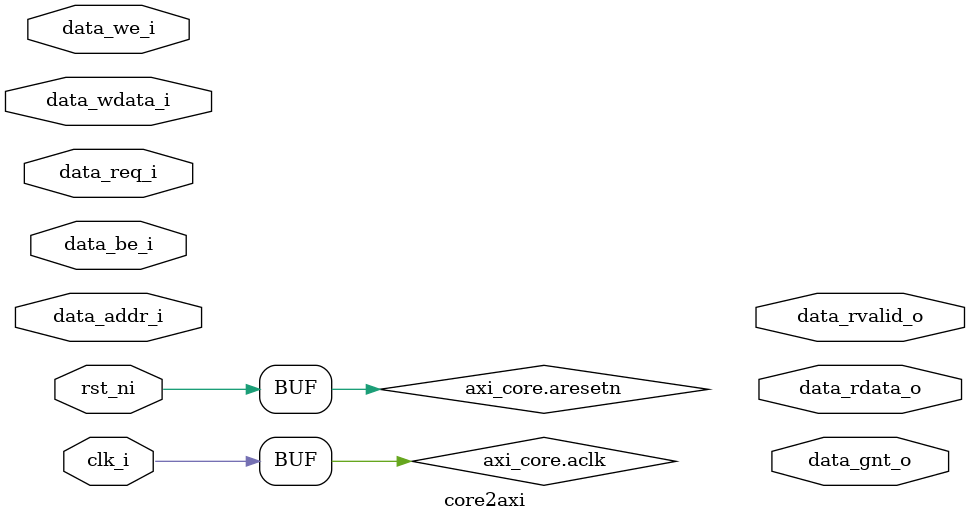
<source format=sv>

`define OKAY   2'b00
`define EXOKAY 2'b01
`define SLVERR 2'b10
`define DECERR 2'b11

module core2axi
#(
    parameter AXI4_ADDRESS_WIDTH = 32,
    parameter AXI4_RDATA_WIDTH   = 32,
    parameter AXI4_WDATA_WIDTH   = 32,
    parameter AXI4_ID_WIDTH      = 16,
    parameter AXI4_USER_WIDTH    = 10,
    parameter REGISTERED_GRANT   = "FALSE"           // "TRUE"|"FALSE"
)
(
    // Clock and Reset
    input logic                           clk_i,
    input logic                           rst_ni,

    input  logic                          data_req_i,
    output logic                          data_gnt_o,
    output logic                          data_rvalid_o,
    input  logic [AXI4_ADDRESS_WIDTH-1:0] data_addr_i,
    input  logic                          data_we_i,
    input  logic [3:0]                    data_be_i,
    output logic [31:0]                   data_rdata_o,
    input  logic [31:0]                   data_wdata_i,

    AXI_LITE.master                       axi_core
);

assign axi_core.aclk    = clk_i;
assign axi_core.aresetn = rst_ni;

endmodule

</source>
